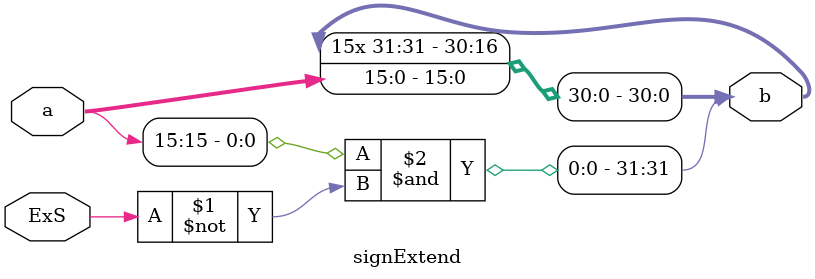
<source format=v>
`timescale 1ns / 1ps

// input unsigned int
// output signed int
// b[15:0] = a[15:0]
// b[31:16] = a[15] * 16;
module signExtend(ExS, a, b);
	input ExS;
	input [15:0] a;
	output [31:0] b;
	assign b = {{16{a[15] & ~ExS}}, a};
endmodule

</source>
